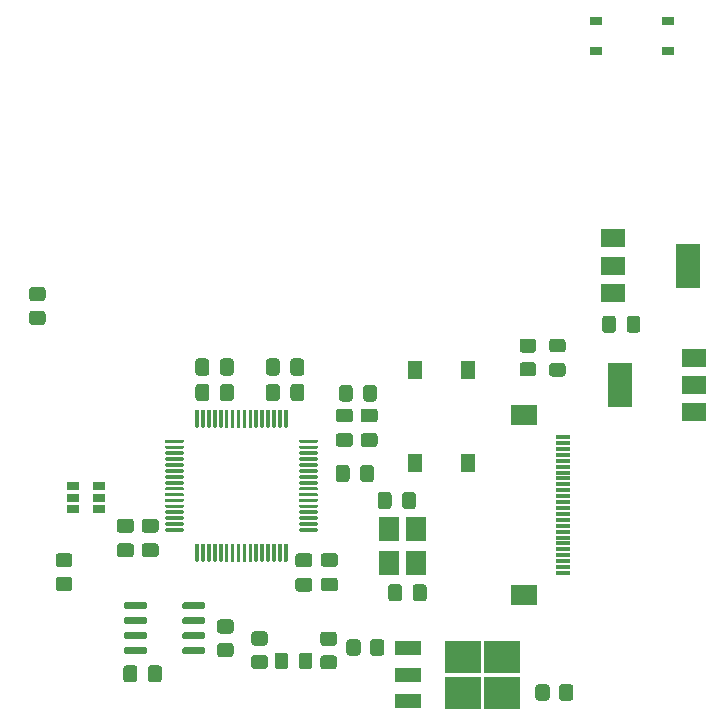
<source format=gbr>
%TF.GenerationSoftware,KiCad,Pcbnew,5.1.12-84ad8e8a86~92~ubuntu20.04.1*%
%TF.CreationDate,2021-12-25T03:04:52-06:00*%
%TF.ProjectId,Solder_Reflow_Oven_2.0,536f6c64-6572-45f5-9265-666c6f775f4f,rev?*%
%TF.SameCoordinates,Original*%
%TF.FileFunction,Paste,Top*%
%TF.FilePolarity,Positive*%
%FSLAX46Y46*%
G04 Gerber Fmt 4.6, Leading zero omitted, Abs format (unit mm)*
G04 Created by KiCad (PCBNEW 5.1.12-84ad8e8a86~92~ubuntu20.04.1) date 2021-12-25 03:04:52*
%MOMM*%
%LPD*%
G01*
G04 APERTURE LIST*
%ADD10R,2.200000X1.800000*%
%ADD11R,1.300000X0.300000*%
%ADD12R,1.300000X1.550000*%
%ADD13R,2.200000X1.200000*%
%ADD14R,3.050000X2.750000*%
%ADD15R,1.060000X0.650000*%
%ADD16R,1.000000X0.800000*%
%ADD17R,1.800000X2.100000*%
%ADD18R,2.000000X3.800000*%
%ADD19R,2.000000X1.500000*%
G04 APERTURE END LIST*
%TO.C,R4*%
G36*
G01*
X48902199Y-120154900D02*
X49802201Y-120154900D01*
G75*
G02*
X50052200Y-120404899I0J-249999D01*
G01*
X50052200Y-121104901D01*
G75*
G02*
X49802201Y-121354900I-249999J0D01*
G01*
X48902199Y-121354900D01*
G75*
G02*
X48652200Y-121104901I0J249999D01*
G01*
X48652200Y-120404899D01*
G75*
G02*
X48902199Y-120154900I249999J0D01*
G01*
G37*
G36*
G01*
X48902199Y-122154900D02*
X49802201Y-122154900D01*
G75*
G02*
X50052200Y-122404899I0J-249999D01*
G01*
X50052200Y-123104901D01*
G75*
G02*
X49802201Y-123354900I-249999J0D01*
G01*
X48902199Y-123354900D01*
G75*
G02*
X48652200Y-123104901I0J249999D01*
G01*
X48652200Y-122404899D01*
G75*
G02*
X48902199Y-122154900I249999J0D01*
G01*
G37*
%TD*%
%TO.C,C1*%
G36*
G01*
X77972500Y-123032500D02*
X77972500Y-123982500D01*
G75*
G02*
X77722500Y-124232500I-250000J0D01*
G01*
X77047500Y-124232500D01*
G75*
G02*
X76797500Y-123982500I0J250000D01*
G01*
X76797500Y-123032500D01*
G75*
G02*
X77047500Y-122782500I250000J0D01*
G01*
X77722500Y-122782500D01*
G75*
G02*
X77972500Y-123032500I0J-250000D01*
G01*
G37*
G36*
G01*
X80047500Y-123032500D02*
X80047500Y-123982500D01*
G75*
G02*
X79797500Y-124232500I-250000J0D01*
G01*
X79122500Y-124232500D01*
G75*
G02*
X78872500Y-123982500I0J250000D01*
G01*
X78872500Y-123032500D01*
G75*
G02*
X79122500Y-122782500I250000J0D01*
G01*
X79797500Y-122782500D01*
G75*
G02*
X80047500Y-123032500I0J-250000D01*
G01*
G37*
%TD*%
%TO.C,C2*%
G36*
G01*
X74427500Y-113886000D02*
X74427500Y-112936000D01*
G75*
G02*
X74677500Y-112686000I250000J0D01*
G01*
X75352500Y-112686000D01*
G75*
G02*
X75602500Y-112936000I0J-250000D01*
G01*
X75602500Y-113886000D01*
G75*
G02*
X75352500Y-114136000I-250000J0D01*
G01*
X74677500Y-114136000D01*
G75*
G02*
X74427500Y-113886000I0J250000D01*
G01*
G37*
G36*
G01*
X72352500Y-113886000D02*
X72352500Y-112936000D01*
G75*
G02*
X72602500Y-112686000I250000J0D01*
G01*
X73277500Y-112686000D01*
G75*
G02*
X73527500Y-112936000I0J-250000D01*
G01*
X73527500Y-113886000D01*
G75*
G02*
X73277500Y-114136000I-250000J0D01*
G01*
X72602500Y-114136000D01*
G75*
G02*
X72352500Y-113886000I0J250000D01*
G01*
G37*
%TD*%
%TO.C,C4*%
G36*
G01*
X68522000Y-107028000D02*
X68522000Y-106078000D01*
G75*
G02*
X68772000Y-105828000I250000J0D01*
G01*
X69447000Y-105828000D01*
G75*
G02*
X69697000Y-106078000I0J-250000D01*
G01*
X69697000Y-107028000D01*
G75*
G02*
X69447000Y-107278000I-250000J0D01*
G01*
X68772000Y-107278000D01*
G75*
G02*
X68522000Y-107028000I0J250000D01*
G01*
G37*
G36*
G01*
X66447000Y-107028000D02*
X66447000Y-106078000D01*
G75*
G02*
X66697000Y-105828000I250000J0D01*
G01*
X67372000Y-105828000D01*
G75*
G02*
X67622000Y-106078000I0J-250000D01*
G01*
X67622000Y-107028000D01*
G75*
G02*
X67372000Y-107278000I-250000J0D01*
G01*
X66697000Y-107278000D01*
G75*
G02*
X66447000Y-107028000I0J250000D01*
G01*
G37*
%TD*%
%TO.C,C5*%
G36*
G01*
X69184500Y-122243000D02*
X70134500Y-122243000D01*
G75*
G02*
X70384500Y-122493000I0J-250000D01*
G01*
X70384500Y-123168000D01*
G75*
G02*
X70134500Y-123418000I-250000J0D01*
G01*
X69184500Y-123418000D01*
G75*
G02*
X68934500Y-123168000I0J250000D01*
G01*
X68934500Y-122493000D01*
G75*
G02*
X69184500Y-122243000I250000J0D01*
G01*
G37*
G36*
G01*
X69184500Y-120168000D02*
X70134500Y-120168000D01*
G75*
G02*
X70384500Y-120418000I0J-250000D01*
G01*
X70384500Y-121093000D01*
G75*
G02*
X70134500Y-121343000I-250000J0D01*
G01*
X69184500Y-121343000D01*
G75*
G02*
X68934500Y-121093000I0J250000D01*
G01*
X68934500Y-120418000D01*
G75*
G02*
X69184500Y-120168000I250000J0D01*
G01*
G37*
%TD*%
%TO.C,C6*%
G36*
G01*
X62553000Y-107028000D02*
X62553000Y-106078000D01*
G75*
G02*
X62803000Y-105828000I250000J0D01*
G01*
X63478000Y-105828000D01*
G75*
G02*
X63728000Y-106078000I0J-250000D01*
G01*
X63728000Y-107028000D01*
G75*
G02*
X63478000Y-107278000I-250000J0D01*
G01*
X62803000Y-107278000D01*
G75*
G02*
X62553000Y-107028000I0J250000D01*
G01*
G37*
G36*
G01*
X60478000Y-107028000D02*
X60478000Y-106078000D01*
G75*
G02*
X60728000Y-105828000I250000J0D01*
G01*
X61403000Y-105828000D01*
G75*
G02*
X61653000Y-106078000I0J-250000D01*
G01*
X61653000Y-107028000D01*
G75*
G02*
X61403000Y-107278000I-250000J0D01*
G01*
X60728000Y-107278000D01*
G75*
G02*
X60478000Y-107028000I0J250000D01*
G01*
G37*
%TD*%
%TO.C,C7*%
G36*
G01*
X77083500Y-115222000D02*
X77083500Y-116172000D01*
G75*
G02*
X76833500Y-116422000I-250000J0D01*
G01*
X76158500Y-116422000D01*
G75*
G02*
X75908500Y-116172000I0J250000D01*
G01*
X75908500Y-115222000D01*
G75*
G02*
X76158500Y-114972000I250000J0D01*
G01*
X76833500Y-114972000D01*
G75*
G02*
X77083500Y-115222000I0J-250000D01*
G01*
G37*
G36*
G01*
X79158500Y-115222000D02*
X79158500Y-116172000D01*
G75*
G02*
X78908500Y-116422000I-250000J0D01*
G01*
X78233500Y-116422000D01*
G75*
G02*
X77983500Y-116172000I0J250000D01*
G01*
X77983500Y-115222000D01*
G75*
G02*
X78233500Y-114972000I250000J0D01*
G01*
X78908500Y-114972000D01*
G75*
G02*
X79158500Y-115222000I0J-250000D01*
G01*
G37*
%TD*%
%TO.C,C8*%
G36*
G01*
X62553000Y-104869000D02*
X62553000Y-103919000D01*
G75*
G02*
X62803000Y-103669000I250000J0D01*
G01*
X63478000Y-103669000D01*
G75*
G02*
X63728000Y-103919000I0J-250000D01*
G01*
X63728000Y-104869000D01*
G75*
G02*
X63478000Y-105119000I-250000J0D01*
G01*
X62803000Y-105119000D01*
G75*
G02*
X62553000Y-104869000I0J250000D01*
G01*
G37*
G36*
G01*
X60478000Y-104869000D02*
X60478000Y-103919000D01*
G75*
G02*
X60728000Y-103669000I250000J0D01*
G01*
X61403000Y-103669000D01*
G75*
G02*
X61653000Y-103919000I0J-250000D01*
G01*
X61653000Y-104869000D01*
G75*
G02*
X61403000Y-105119000I-250000J0D01*
G01*
X60728000Y-105119000D01*
G75*
G02*
X60478000Y-104869000I0J250000D01*
G01*
G37*
%TD*%
%TO.C,C9*%
G36*
G01*
X68522000Y-104869000D02*
X68522000Y-103919000D01*
G75*
G02*
X68772000Y-103669000I250000J0D01*
G01*
X69447000Y-103669000D01*
G75*
G02*
X69697000Y-103919000I0J-250000D01*
G01*
X69697000Y-104869000D01*
G75*
G02*
X69447000Y-105119000I-250000J0D01*
G01*
X68772000Y-105119000D01*
G75*
G02*
X68522000Y-104869000I0J250000D01*
G01*
G37*
G36*
G01*
X66447000Y-104869000D02*
X66447000Y-103919000D01*
G75*
G02*
X66697000Y-103669000I250000J0D01*
G01*
X67372000Y-103669000D01*
G75*
G02*
X67622000Y-103919000I0J-250000D01*
G01*
X67622000Y-104869000D01*
G75*
G02*
X67372000Y-105119000I-250000J0D01*
G01*
X66697000Y-105119000D01*
G75*
G02*
X66447000Y-104869000I0J250000D01*
G01*
G37*
%TD*%
%TO.C,C11*%
G36*
G01*
X71343500Y-122221500D02*
X72293500Y-122221500D01*
G75*
G02*
X72543500Y-122471500I0J-250000D01*
G01*
X72543500Y-123146500D01*
G75*
G02*
X72293500Y-123396500I-250000J0D01*
G01*
X71343500Y-123396500D01*
G75*
G02*
X71093500Y-123146500I0J250000D01*
G01*
X71093500Y-122471500D01*
G75*
G02*
X71343500Y-122221500I250000J0D01*
G01*
G37*
G36*
G01*
X71343500Y-120146500D02*
X72293500Y-120146500D01*
G75*
G02*
X72543500Y-120396500I0J-250000D01*
G01*
X72543500Y-121071500D01*
G75*
G02*
X72293500Y-121321500I-250000J0D01*
G01*
X71343500Y-121321500D01*
G75*
G02*
X71093500Y-121071500I0J250000D01*
G01*
X71093500Y-120396500D01*
G75*
G02*
X71343500Y-120146500I250000J0D01*
G01*
G37*
%TD*%
%TO.C,C12*%
G36*
G01*
X55021500Y-118422000D02*
X54071500Y-118422000D01*
G75*
G02*
X53821500Y-118172000I0J250000D01*
G01*
X53821500Y-117497000D01*
G75*
G02*
X54071500Y-117247000I250000J0D01*
G01*
X55021500Y-117247000D01*
G75*
G02*
X55271500Y-117497000I0J-250000D01*
G01*
X55271500Y-118172000D01*
G75*
G02*
X55021500Y-118422000I-250000J0D01*
G01*
G37*
G36*
G01*
X55021500Y-120497000D02*
X54071500Y-120497000D01*
G75*
G02*
X53821500Y-120247000I0J250000D01*
G01*
X53821500Y-119572000D01*
G75*
G02*
X54071500Y-119322000I250000J0D01*
G01*
X55021500Y-119322000D01*
G75*
G02*
X55271500Y-119572000I0J-250000D01*
G01*
X55271500Y-120247000D01*
G75*
G02*
X55021500Y-120497000I-250000J0D01*
G01*
G37*
%TD*%
%TO.C,C13*%
G36*
G01*
X96082700Y-100299500D02*
X96082700Y-101249500D01*
G75*
G02*
X95832700Y-101499500I-250000J0D01*
G01*
X95157700Y-101499500D01*
G75*
G02*
X94907700Y-101249500I0J250000D01*
G01*
X94907700Y-100299500D01*
G75*
G02*
X95157700Y-100049500I250000J0D01*
G01*
X95832700Y-100049500D01*
G75*
G02*
X96082700Y-100299500I0J-250000D01*
G01*
G37*
G36*
G01*
X98157700Y-100299500D02*
X98157700Y-101249500D01*
G75*
G02*
X97907700Y-101499500I-250000J0D01*
G01*
X97232700Y-101499500D01*
G75*
G02*
X96982700Y-101249500I0J250000D01*
G01*
X96982700Y-100299500D01*
G75*
G02*
X97232700Y-100049500I250000J0D01*
G01*
X97907700Y-100049500D01*
G75*
G02*
X98157700Y-100299500I0J-250000D01*
G01*
G37*
%TD*%
%TO.C,C14*%
G36*
G01*
X72613500Y-109987500D02*
X73563500Y-109987500D01*
G75*
G02*
X73813500Y-110237500I0J-250000D01*
G01*
X73813500Y-110912500D01*
G75*
G02*
X73563500Y-111162500I-250000J0D01*
G01*
X72613500Y-111162500D01*
G75*
G02*
X72363500Y-110912500I0J250000D01*
G01*
X72363500Y-110237500D01*
G75*
G02*
X72613500Y-109987500I250000J0D01*
G01*
G37*
G36*
G01*
X72613500Y-107912500D02*
X73563500Y-107912500D01*
G75*
G02*
X73813500Y-108162500I0J-250000D01*
G01*
X73813500Y-108837500D01*
G75*
G02*
X73563500Y-109087500I-250000J0D01*
G01*
X72613500Y-109087500D01*
G75*
G02*
X72363500Y-108837500I0J250000D01*
G01*
X72363500Y-108162500D01*
G75*
G02*
X72613500Y-107912500I250000J0D01*
G01*
G37*
%TD*%
%TO.C,C15*%
G36*
G01*
X74709000Y-109987500D02*
X75659000Y-109987500D01*
G75*
G02*
X75909000Y-110237500I0J-250000D01*
G01*
X75909000Y-110912500D01*
G75*
G02*
X75659000Y-111162500I-250000J0D01*
G01*
X74709000Y-111162500D01*
G75*
G02*
X74459000Y-110912500I0J250000D01*
G01*
X74459000Y-110237500D01*
G75*
G02*
X74709000Y-109987500I250000J0D01*
G01*
G37*
G36*
G01*
X74709000Y-107912500D02*
X75659000Y-107912500D01*
G75*
G02*
X75909000Y-108162500I0J-250000D01*
G01*
X75909000Y-108837500D01*
G75*
G02*
X75659000Y-109087500I-250000J0D01*
G01*
X74709000Y-109087500D01*
G75*
G02*
X74459000Y-108837500I0J250000D01*
G01*
X74459000Y-108162500D01*
G75*
G02*
X74709000Y-107912500I250000J0D01*
G01*
G37*
%TD*%
%TO.C,C16*%
G36*
G01*
X56457000Y-130840500D02*
X56457000Y-129890500D01*
G75*
G02*
X56707000Y-129640500I250000J0D01*
G01*
X57382000Y-129640500D01*
G75*
G02*
X57632000Y-129890500I0J-250000D01*
G01*
X57632000Y-130840500D01*
G75*
G02*
X57382000Y-131090500I-250000J0D01*
G01*
X56707000Y-131090500D01*
G75*
G02*
X56457000Y-130840500I0J250000D01*
G01*
G37*
G36*
G01*
X54382000Y-130840500D02*
X54382000Y-129890500D01*
G75*
G02*
X54632000Y-129640500I250000J0D01*
G01*
X55307000Y-129640500D01*
G75*
G02*
X55557000Y-129890500I0J-250000D01*
G01*
X55557000Y-130840500D01*
G75*
G02*
X55307000Y-131090500I-250000J0D01*
G01*
X54632000Y-131090500D01*
G75*
G02*
X54382000Y-130840500I0J250000D01*
G01*
G37*
%TD*%
%TO.C,C3*%
G36*
G01*
X57117000Y-118422000D02*
X56167000Y-118422000D01*
G75*
G02*
X55917000Y-118172000I0J250000D01*
G01*
X55917000Y-117497000D01*
G75*
G02*
X56167000Y-117247000I250000J0D01*
G01*
X57117000Y-117247000D01*
G75*
G02*
X57367000Y-117497000I0J-250000D01*
G01*
X57367000Y-118172000D01*
G75*
G02*
X57117000Y-118422000I-250000J0D01*
G01*
G37*
G36*
G01*
X57117000Y-120497000D02*
X56167000Y-120497000D01*
G75*
G02*
X55917000Y-120247000I0J250000D01*
G01*
X55917000Y-119572000D01*
G75*
G02*
X56167000Y-119322000I250000J0D01*
G01*
X57117000Y-119322000D01*
G75*
G02*
X57367000Y-119572000I0J-250000D01*
G01*
X57367000Y-120247000D01*
G75*
G02*
X57117000Y-120497000I-250000J0D01*
G01*
G37*
%TD*%
%TO.C,U4*%
G36*
G01*
X70826300Y-118114700D02*
X70826300Y-118264700D01*
G75*
G02*
X70751300Y-118339700I-75000J0D01*
G01*
X69351300Y-118339700D01*
G75*
G02*
X69276300Y-118264700I0J75000D01*
G01*
X69276300Y-118114700D01*
G75*
G02*
X69351300Y-118039700I75000J0D01*
G01*
X70751300Y-118039700D01*
G75*
G02*
X70826300Y-118114700I0J-75000D01*
G01*
G37*
G36*
G01*
X70826300Y-117614700D02*
X70826300Y-117764700D01*
G75*
G02*
X70751300Y-117839700I-75000J0D01*
G01*
X69351300Y-117839700D01*
G75*
G02*
X69276300Y-117764700I0J75000D01*
G01*
X69276300Y-117614700D01*
G75*
G02*
X69351300Y-117539700I75000J0D01*
G01*
X70751300Y-117539700D01*
G75*
G02*
X70826300Y-117614700I0J-75000D01*
G01*
G37*
G36*
G01*
X70826300Y-117114700D02*
X70826300Y-117264700D01*
G75*
G02*
X70751300Y-117339700I-75000J0D01*
G01*
X69351300Y-117339700D01*
G75*
G02*
X69276300Y-117264700I0J75000D01*
G01*
X69276300Y-117114700D01*
G75*
G02*
X69351300Y-117039700I75000J0D01*
G01*
X70751300Y-117039700D01*
G75*
G02*
X70826300Y-117114700I0J-75000D01*
G01*
G37*
G36*
G01*
X70826300Y-116614700D02*
X70826300Y-116764700D01*
G75*
G02*
X70751300Y-116839700I-75000J0D01*
G01*
X69351300Y-116839700D01*
G75*
G02*
X69276300Y-116764700I0J75000D01*
G01*
X69276300Y-116614700D01*
G75*
G02*
X69351300Y-116539700I75000J0D01*
G01*
X70751300Y-116539700D01*
G75*
G02*
X70826300Y-116614700I0J-75000D01*
G01*
G37*
G36*
G01*
X70826300Y-116114700D02*
X70826300Y-116264700D01*
G75*
G02*
X70751300Y-116339700I-75000J0D01*
G01*
X69351300Y-116339700D01*
G75*
G02*
X69276300Y-116264700I0J75000D01*
G01*
X69276300Y-116114700D01*
G75*
G02*
X69351300Y-116039700I75000J0D01*
G01*
X70751300Y-116039700D01*
G75*
G02*
X70826300Y-116114700I0J-75000D01*
G01*
G37*
G36*
G01*
X70826300Y-115614700D02*
X70826300Y-115764700D01*
G75*
G02*
X70751300Y-115839700I-75000J0D01*
G01*
X69351300Y-115839700D01*
G75*
G02*
X69276300Y-115764700I0J75000D01*
G01*
X69276300Y-115614700D01*
G75*
G02*
X69351300Y-115539700I75000J0D01*
G01*
X70751300Y-115539700D01*
G75*
G02*
X70826300Y-115614700I0J-75000D01*
G01*
G37*
G36*
G01*
X70826300Y-115114700D02*
X70826300Y-115264700D01*
G75*
G02*
X70751300Y-115339700I-75000J0D01*
G01*
X69351300Y-115339700D01*
G75*
G02*
X69276300Y-115264700I0J75000D01*
G01*
X69276300Y-115114700D01*
G75*
G02*
X69351300Y-115039700I75000J0D01*
G01*
X70751300Y-115039700D01*
G75*
G02*
X70826300Y-115114700I0J-75000D01*
G01*
G37*
G36*
G01*
X70826300Y-114614700D02*
X70826300Y-114764700D01*
G75*
G02*
X70751300Y-114839700I-75000J0D01*
G01*
X69351300Y-114839700D01*
G75*
G02*
X69276300Y-114764700I0J75000D01*
G01*
X69276300Y-114614700D01*
G75*
G02*
X69351300Y-114539700I75000J0D01*
G01*
X70751300Y-114539700D01*
G75*
G02*
X70826300Y-114614700I0J-75000D01*
G01*
G37*
G36*
G01*
X70826300Y-114114700D02*
X70826300Y-114264700D01*
G75*
G02*
X70751300Y-114339700I-75000J0D01*
G01*
X69351300Y-114339700D01*
G75*
G02*
X69276300Y-114264700I0J75000D01*
G01*
X69276300Y-114114700D01*
G75*
G02*
X69351300Y-114039700I75000J0D01*
G01*
X70751300Y-114039700D01*
G75*
G02*
X70826300Y-114114700I0J-75000D01*
G01*
G37*
G36*
G01*
X70826300Y-113614700D02*
X70826300Y-113764700D01*
G75*
G02*
X70751300Y-113839700I-75000J0D01*
G01*
X69351300Y-113839700D01*
G75*
G02*
X69276300Y-113764700I0J75000D01*
G01*
X69276300Y-113614700D01*
G75*
G02*
X69351300Y-113539700I75000J0D01*
G01*
X70751300Y-113539700D01*
G75*
G02*
X70826300Y-113614700I0J-75000D01*
G01*
G37*
G36*
G01*
X70826300Y-113114700D02*
X70826300Y-113264700D01*
G75*
G02*
X70751300Y-113339700I-75000J0D01*
G01*
X69351300Y-113339700D01*
G75*
G02*
X69276300Y-113264700I0J75000D01*
G01*
X69276300Y-113114700D01*
G75*
G02*
X69351300Y-113039700I75000J0D01*
G01*
X70751300Y-113039700D01*
G75*
G02*
X70826300Y-113114700I0J-75000D01*
G01*
G37*
G36*
G01*
X70826300Y-112614700D02*
X70826300Y-112764700D01*
G75*
G02*
X70751300Y-112839700I-75000J0D01*
G01*
X69351300Y-112839700D01*
G75*
G02*
X69276300Y-112764700I0J75000D01*
G01*
X69276300Y-112614700D01*
G75*
G02*
X69351300Y-112539700I75000J0D01*
G01*
X70751300Y-112539700D01*
G75*
G02*
X70826300Y-112614700I0J-75000D01*
G01*
G37*
G36*
G01*
X70826300Y-112114700D02*
X70826300Y-112264700D01*
G75*
G02*
X70751300Y-112339700I-75000J0D01*
G01*
X69351300Y-112339700D01*
G75*
G02*
X69276300Y-112264700I0J75000D01*
G01*
X69276300Y-112114700D01*
G75*
G02*
X69351300Y-112039700I75000J0D01*
G01*
X70751300Y-112039700D01*
G75*
G02*
X70826300Y-112114700I0J-75000D01*
G01*
G37*
G36*
G01*
X70826300Y-111614700D02*
X70826300Y-111764700D01*
G75*
G02*
X70751300Y-111839700I-75000J0D01*
G01*
X69351300Y-111839700D01*
G75*
G02*
X69276300Y-111764700I0J75000D01*
G01*
X69276300Y-111614700D01*
G75*
G02*
X69351300Y-111539700I75000J0D01*
G01*
X70751300Y-111539700D01*
G75*
G02*
X70826300Y-111614700I0J-75000D01*
G01*
G37*
G36*
G01*
X70826300Y-111114700D02*
X70826300Y-111264700D01*
G75*
G02*
X70751300Y-111339700I-75000J0D01*
G01*
X69351300Y-111339700D01*
G75*
G02*
X69276300Y-111264700I0J75000D01*
G01*
X69276300Y-111114700D01*
G75*
G02*
X69351300Y-111039700I75000J0D01*
G01*
X70751300Y-111039700D01*
G75*
G02*
X70826300Y-111114700I0J-75000D01*
G01*
G37*
G36*
G01*
X70826300Y-110614700D02*
X70826300Y-110764700D01*
G75*
G02*
X70751300Y-110839700I-75000J0D01*
G01*
X69351300Y-110839700D01*
G75*
G02*
X69276300Y-110764700I0J75000D01*
G01*
X69276300Y-110614700D01*
G75*
G02*
X69351300Y-110539700I75000J0D01*
G01*
X70751300Y-110539700D01*
G75*
G02*
X70826300Y-110614700I0J-75000D01*
G01*
G37*
G36*
G01*
X68276300Y-108064700D02*
X68276300Y-109464700D01*
G75*
G02*
X68201300Y-109539700I-75000J0D01*
G01*
X68051300Y-109539700D01*
G75*
G02*
X67976300Y-109464700I0J75000D01*
G01*
X67976300Y-108064700D01*
G75*
G02*
X68051300Y-107989700I75000J0D01*
G01*
X68201300Y-107989700D01*
G75*
G02*
X68276300Y-108064700I0J-75000D01*
G01*
G37*
G36*
G01*
X67776300Y-108064700D02*
X67776300Y-109464700D01*
G75*
G02*
X67701300Y-109539700I-75000J0D01*
G01*
X67551300Y-109539700D01*
G75*
G02*
X67476300Y-109464700I0J75000D01*
G01*
X67476300Y-108064700D01*
G75*
G02*
X67551300Y-107989700I75000J0D01*
G01*
X67701300Y-107989700D01*
G75*
G02*
X67776300Y-108064700I0J-75000D01*
G01*
G37*
G36*
G01*
X67276300Y-108064700D02*
X67276300Y-109464700D01*
G75*
G02*
X67201300Y-109539700I-75000J0D01*
G01*
X67051300Y-109539700D01*
G75*
G02*
X66976300Y-109464700I0J75000D01*
G01*
X66976300Y-108064700D01*
G75*
G02*
X67051300Y-107989700I75000J0D01*
G01*
X67201300Y-107989700D01*
G75*
G02*
X67276300Y-108064700I0J-75000D01*
G01*
G37*
G36*
G01*
X66776300Y-108064700D02*
X66776300Y-109464700D01*
G75*
G02*
X66701300Y-109539700I-75000J0D01*
G01*
X66551300Y-109539700D01*
G75*
G02*
X66476300Y-109464700I0J75000D01*
G01*
X66476300Y-108064700D01*
G75*
G02*
X66551300Y-107989700I75000J0D01*
G01*
X66701300Y-107989700D01*
G75*
G02*
X66776300Y-108064700I0J-75000D01*
G01*
G37*
G36*
G01*
X66276300Y-108064700D02*
X66276300Y-109464700D01*
G75*
G02*
X66201300Y-109539700I-75000J0D01*
G01*
X66051300Y-109539700D01*
G75*
G02*
X65976300Y-109464700I0J75000D01*
G01*
X65976300Y-108064700D01*
G75*
G02*
X66051300Y-107989700I75000J0D01*
G01*
X66201300Y-107989700D01*
G75*
G02*
X66276300Y-108064700I0J-75000D01*
G01*
G37*
G36*
G01*
X65776300Y-108064700D02*
X65776300Y-109464700D01*
G75*
G02*
X65701300Y-109539700I-75000J0D01*
G01*
X65551300Y-109539700D01*
G75*
G02*
X65476300Y-109464700I0J75000D01*
G01*
X65476300Y-108064700D01*
G75*
G02*
X65551300Y-107989700I75000J0D01*
G01*
X65701300Y-107989700D01*
G75*
G02*
X65776300Y-108064700I0J-75000D01*
G01*
G37*
G36*
G01*
X65276300Y-108064700D02*
X65276300Y-109464700D01*
G75*
G02*
X65201300Y-109539700I-75000J0D01*
G01*
X65051300Y-109539700D01*
G75*
G02*
X64976300Y-109464700I0J75000D01*
G01*
X64976300Y-108064700D01*
G75*
G02*
X65051300Y-107989700I75000J0D01*
G01*
X65201300Y-107989700D01*
G75*
G02*
X65276300Y-108064700I0J-75000D01*
G01*
G37*
G36*
G01*
X64776300Y-108064700D02*
X64776300Y-109464700D01*
G75*
G02*
X64701300Y-109539700I-75000J0D01*
G01*
X64551300Y-109539700D01*
G75*
G02*
X64476300Y-109464700I0J75000D01*
G01*
X64476300Y-108064700D01*
G75*
G02*
X64551300Y-107989700I75000J0D01*
G01*
X64701300Y-107989700D01*
G75*
G02*
X64776300Y-108064700I0J-75000D01*
G01*
G37*
G36*
G01*
X64276300Y-108064700D02*
X64276300Y-109464700D01*
G75*
G02*
X64201300Y-109539700I-75000J0D01*
G01*
X64051300Y-109539700D01*
G75*
G02*
X63976300Y-109464700I0J75000D01*
G01*
X63976300Y-108064700D01*
G75*
G02*
X64051300Y-107989700I75000J0D01*
G01*
X64201300Y-107989700D01*
G75*
G02*
X64276300Y-108064700I0J-75000D01*
G01*
G37*
G36*
G01*
X63776300Y-108064700D02*
X63776300Y-109464700D01*
G75*
G02*
X63701300Y-109539700I-75000J0D01*
G01*
X63551300Y-109539700D01*
G75*
G02*
X63476300Y-109464700I0J75000D01*
G01*
X63476300Y-108064700D01*
G75*
G02*
X63551300Y-107989700I75000J0D01*
G01*
X63701300Y-107989700D01*
G75*
G02*
X63776300Y-108064700I0J-75000D01*
G01*
G37*
G36*
G01*
X63276300Y-108064700D02*
X63276300Y-109464700D01*
G75*
G02*
X63201300Y-109539700I-75000J0D01*
G01*
X63051300Y-109539700D01*
G75*
G02*
X62976300Y-109464700I0J75000D01*
G01*
X62976300Y-108064700D01*
G75*
G02*
X63051300Y-107989700I75000J0D01*
G01*
X63201300Y-107989700D01*
G75*
G02*
X63276300Y-108064700I0J-75000D01*
G01*
G37*
G36*
G01*
X62776300Y-108064700D02*
X62776300Y-109464700D01*
G75*
G02*
X62701300Y-109539700I-75000J0D01*
G01*
X62551300Y-109539700D01*
G75*
G02*
X62476300Y-109464700I0J75000D01*
G01*
X62476300Y-108064700D01*
G75*
G02*
X62551300Y-107989700I75000J0D01*
G01*
X62701300Y-107989700D01*
G75*
G02*
X62776300Y-108064700I0J-75000D01*
G01*
G37*
G36*
G01*
X62276300Y-108064700D02*
X62276300Y-109464700D01*
G75*
G02*
X62201300Y-109539700I-75000J0D01*
G01*
X62051300Y-109539700D01*
G75*
G02*
X61976300Y-109464700I0J75000D01*
G01*
X61976300Y-108064700D01*
G75*
G02*
X62051300Y-107989700I75000J0D01*
G01*
X62201300Y-107989700D01*
G75*
G02*
X62276300Y-108064700I0J-75000D01*
G01*
G37*
G36*
G01*
X61776300Y-108064700D02*
X61776300Y-109464700D01*
G75*
G02*
X61701300Y-109539700I-75000J0D01*
G01*
X61551300Y-109539700D01*
G75*
G02*
X61476300Y-109464700I0J75000D01*
G01*
X61476300Y-108064700D01*
G75*
G02*
X61551300Y-107989700I75000J0D01*
G01*
X61701300Y-107989700D01*
G75*
G02*
X61776300Y-108064700I0J-75000D01*
G01*
G37*
G36*
G01*
X61276300Y-108064700D02*
X61276300Y-109464700D01*
G75*
G02*
X61201300Y-109539700I-75000J0D01*
G01*
X61051300Y-109539700D01*
G75*
G02*
X60976300Y-109464700I0J75000D01*
G01*
X60976300Y-108064700D01*
G75*
G02*
X61051300Y-107989700I75000J0D01*
G01*
X61201300Y-107989700D01*
G75*
G02*
X61276300Y-108064700I0J-75000D01*
G01*
G37*
G36*
G01*
X60776300Y-108064700D02*
X60776300Y-109464700D01*
G75*
G02*
X60701300Y-109539700I-75000J0D01*
G01*
X60551300Y-109539700D01*
G75*
G02*
X60476300Y-109464700I0J75000D01*
G01*
X60476300Y-108064700D01*
G75*
G02*
X60551300Y-107989700I75000J0D01*
G01*
X60701300Y-107989700D01*
G75*
G02*
X60776300Y-108064700I0J-75000D01*
G01*
G37*
G36*
G01*
X59476300Y-110614700D02*
X59476300Y-110764700D01*
G75*
G02*
X59401300Y-110839700I-75000J0D01*
G01*
X58001300Y-110839700D01*
G75*
G02*
X57926300Y-110764700I0J75000D01*
G01*
X57926300Y-110614700D01*
G75*
G02*
X58001300Y-110539700I75000J0D01*
G01*
X59401300Y-110539700D01*
G75*
G02*
X59476300Y-110614700I0J-75000D01*
G01*
G37*
G36*
G01*
X59476300Y-111114700D02*
X59476300Y-111264700D01*
G75*
G02*
X59401300Y-111339700I-75000J0D01*
G01*
X58001300Y-111339700D01*
G75*
G02*
X57926300Y-111264700I0J75000D01*
G01*
X57926300Y-111114700D01*
G75*
G02*
X58001300Y-111039700I75000J0D01*
G01*
X59401300Y-111039700D01*
G75*
G02*
X59476300Y-111114700I0J-75000D01*
G01*
G37*
G36*
G01*
X59476300Y-111614700D02*
X59476300Y-111764700D01*
G75*
G02*
X59401300Y-111839700I-75000J0D01*
G01*
X58001300Y-111839700D01*
G75*
G02*
X57926300Y-111764700I0J75000D01*
G01*
X57926300Y-111614700D01*
G75*
G02*
X58001300Y-111539700I75000J0D01*
G01*
X59401300Y-111539700D01*
G75*
G02*
X59476300Y-111614700I0J-75000D01*
G01*
G37*
G36*
G01*
X59476300Y-112114700D02*
X59476300Y-112264700D01*
G75*
G02*
X59401300Y-112339700I-75000J0D01*
G01*
X58001300Y-112339700D01*
G75*
G02*
X57926300Y-112264700I0J75000D01*
G01*
X57926300Y-112114700D01*
G75*
G02*
X58001300Y-112039700I75000J0D01*
G01*
X59401300Y-112039700D01*
G75*
G02*
X59476300Y-112114700I0J-75000D01*
G01*
G37*
G36*
G01*
X59476300Y-112614700D02*
X59476300Y-112764700D01*
G75*
G02*
X59401300Y-112839700I-75000J0D01*
G01*
X58001300Y-112839700D01*
G75*
G02*
X57926300Y-112764700I0J75000D01*
G01*
X57926300Y-112614700D01*
G75*
G02*
X58001300Y-112539700I75000J0D01*
G01*
X59401300Y-112539700D01*
G75*
G02*
X59476300Y-112614700I0J-75000D01*
G01*
G37*
G36*
G01*
X59476300Y-113114700D02*
X59476300Y-113264700D01*
G75*
G02*
X59401300Y-113339700I-75000J0D01*
G01*
X58001300Y-113339700D01*
G75*
G02*
X57926300Y-113264700I0J75000D01*
G01*
X57926300Y-113114700D01*
G75*
G02*
X58001300Y-113039700I75000J0D01*
G01*
X59401300Y-113039700D01*
G75*
G02*
X59476300Y-113114700I0J-75000D01*
G01*
G37*
G36*
G01*
X59476300Y-113614700D02*
X59476300Y-113764700D01*
G75*
G02*
X59401300Y-113839700I-75000J0D01*
G01*
X58001300Y-113839700D01*
G75*
G02*
X57926300Y-113764700I0J75000D01*
G01*
X57926300Y-113614700D01*
G75*
G02*
X58001300Y-113539700I75000J0D01*
G01*
X59401300Y-113539700D01*
G75*
G02*
X59476300Y-113614700I0J-75000D01*
G01*
G37*
G36*
G01*
X59476300Y-114114700D02*
X59476300Y-114264700D01*
G75*
G02*
X59401300Y-114339700I-75000J0D01*
G01*
X58001300Y-114339700D01*
G75*
G02*
X57926300Y-114264700I0J75000D01*
G01*
X57926300Y-114114700D01*
G75*
G02*
X58001300Y-114039700I75000J0D01*
G01*
X59401300Y-114039700D01*
G75*
G02*
X59476300Y-114114700I0J-75000D01*
G01*
G37*
G36*
G01*
X59476300Y-114614700D02*
X59476300Y-114764700D01*
G75*
G02*
X59401300Y-114839700I-75000J0D01*
G01*
X58001300Y-114839700D01*
G75*
G02*
X57926300Y-114764700I0J75000D01*
G01*
X57926300Y-114614700D01*
G75*
G02*
X58001300Y-114539700I75000J0D01*
G01*
X59401300Y-114539700D01*
G75*
G02*
X59476300Y-114614700I0J-75000D01*
G01*
G37*
G36*
G01*
X59476300Y-115114700D02*
X59476300Y-115264700D01*
G75*
G02*
X59401300Y-115339700I-75000J0D01*
G01*
X58001300Y-115339700D01*
G75*
G02*
X57926300Y-115264700I0J75000D01*
G01*
X57926300Y-115114700D01*
G75*
G02*
X58001300Y-115039700I75000J0D01*
G01*
X59401300Y-115039700D01*
G75*
G02*
X59476300Y-115114700I0J-75000D01*
G01*
G37*
G36*
G01*
X59476300Y-115614700D02*
X59476300Y-115764700D01*
G75*
G02*
X59401300Y-115839700I-75000J0D01*
G01*
X58001300Y-115839700D01*
G75*
G02*
X57926300Y-115764700I0J75000D01*
G01*
X57926300Y-115614700D01*
G75*
G02*
X58001300Y-115539700I75000J0D01*
G01*
X59401300Y-115539700D01*
G75*
G02*
X59476300Y-115614700I0J-75000D01*
G01*
G37*
G36*
G01*
X59476300Y-116114700D02*
X59476300Y-116264700D01*
G75*
G02*
X59401300Y-116339700I-75000J0D01*
G01*
X58001300Y-116339700D01*
G75*
G02*
X57926300Y-116264700I0J75000D01*
G01*
X57926300Y-116114700D01*
G75*
G02*
X58001300Y-116039700I75000J0D01*
G01*
X59401300Y-116039700D01*
G75*
G02*
X59476300Y-116114700I0J-75000D01*
G01*
G37*
G36*
G01*
X59476300Y-116614700D02*
X59476300Y-116764700D01*
G75*
G02*
X59401300Y-116839700I-75000J0D01*
G01*
X58001300Y-116839700D01*
G75*
G02*
X57926300Y-116764700I0J75000D01*
G01*
X57926300Y-116614700D01*
G75*
G02*
X58001300Y-116539700I75000J0D01*
G01*
X59401300Y-116539700D01*
G75*
G02*
X59476300Y-116614700I0J-75000D01*
G01*
G37*
G36*
G01*
X59476300Y-117114700D02*
X59476300Y-117264700D01*
G75*
G02*
X59401300Y-117339700I-75000J0D01*
G01*
X58001300Y-117339700D01*
G75*
G02*
X57926300Y-117264700I0J75000D01*
G01*
X57926300Y-117114700D01*
G75*
G02*
X58001300Y-117039700I75000J0D01*
G01*
X59401300Y-117039700D01*
G75*
G02*
X59476300Y-117114700I0J-75000D01*
G01*
G37*
G36*
G01*
X59476300Y-117614700D02*
X59476300Y-117764700D01*
G75*
G02*
X59401300Y-117839700I-75000J0D01*
G01*
X58001300Y-117839700D01*
G75*
G02*
X57926300Y-117764700I0J75000D01*
G01*
X57926300Y-117614700D01*
G75*
G02*
X58001300Y-117539700I75000J0D01*
G01*
X59401300Y-117539700D01*
G75*
G02*
X59476300Y-117614700I0J-75000D01*
G01*
G37*
G36*
G01*
X59476300Y-118114700D02*
X59476300Y-118264700D01*
G75*
G02*
X59401300Y-118339700I-75000J0D01*
G01*
X58001300Y-118339700D01*
G75*
G02*
X57926300Y-118264700I0J75000D01*
G01*
X57926300Y-118114700D01*
G75*
G02*
X58001300Y-118039700I75000J0D01*
G01*
X59401300Y-118039700D01*
G75*
G02*
X59476300Y-118114700I0J-75000D01*
G01*
G37*
G36*
G01*
X60776300Y-119414700D02*
X60776300Y-120814700D01*
G75*
G02*
X60701300Y-120889700I-75000J0D01*
G01*
X60551300Y-120889700D01*
G75*
G02*
X60476300Y-120814700I0J75000D01*
G01*
X60476300Y-119414700D01*
G75*
G02*
X60551300Y-119339700I75000J0D01*
G01*
X60701300Y-119339700D01*
G75*
G02*
X60776300Y-119414700I0J-75000D01*
G01*
G37*
G36*
G01*
X61276300Y-119414700D02*
X61276300Y-120814700D01*
G75*
G02*
X61201300Y-120889700I-75000J0D01*
G01*
X61051300Y-120889700D01*
G75*
G02*
X60976300Y-120814700I0J75000D01*
G01*
X60976300Y-119414700D01*
G75*
G02*
X61051300Y-119339700I75000J0D01*
G01*
X61201300Y-119339700D01*
G75*
G02*
X61276300Y-119414700I0J-75000D01*
G01*
G37*
G36*
G01*
X61776300Y-119414700D02*
X61776300Y-120814700D01*
G75*
G02*
X61701300Y-120889700I-75000J0D01*
G01*
X61551300Y-120889700D01*
G75*
G02*
X61476300Y-120814700I0J75000D01*
G01*
X61476300Y-119414700D01*
G75*
G02*
X61551300Y-119339700I75000J0D01*
G01*
X61701300Y-119339700D01*
G75*
G02*
X61776300Y-119414700I0J-75000D01*
G01*
G37*
G36*
G01*
X62276300Y-119414700D02*
X62276300Y-120814700D01*
G75*
G02*
X62201300Y-120889700I-75000J0D01*
G01*
X62051300Y-120889700D01*
G75*
G02*
X61976300Y-120814700I0J75000D01*
G01*
X61976300Y-119414700D01*
G75*
G02*
X62051300Y-119339700I75000J0D01*
G01*
X62201300Y-119339700D01*
G75*
G02*
X62276300Y-119414700I0J-75000D01*
G01*
G37*
G36*
G01*
X62776300Y-119414700D02*
X62776300Y-120814700D01*
G75*
G02*
X62701300Y-120889700I-75000J0D01*
G01*
X62551300Y-120889700D01*
G75*
G02*
X62476300Y-120814700I0J75000D01*
G01*
X62476300Y-119414700D01*
G75*
G02*
X62551300Y-119339700I75000J0D01*
G01*
X62701300Y-119339700D01*
G75*
G02*
X62776300Y-119414700I0J-75000D01*
G01*
G37*
G36*
G01*
X63276300Y-119414700D02*
X63276300Y-120814700D01*
G75*
G02*
X63201300Y-120889700I-75000J0D01*
G01*
X63051300Y-120889700D01*
G75*
G02*
X62976300Y-120814700I0J75000D01*
G01*
X62976300Y-119414700D01*
G75*
G02*
X63051300Y-119339700I75000J0D01*
G01*
X63201300Y-119339700D01*
G75*
G02*
X63276300Y-119414700I0J-75000D01*
G01*
G37*
G36*
G01*
X63776300Y-119414700D02*
X63776300Y-120814700D01*
G75*
G02*
X63701300Y-120889700I-75000J0D01*
G01*
X63551300Y-120889700D01*
G75*
G02*
X63476300Y-120814700I0J75000D01*
G01*
X63476300Y-119414700D01*
G75*
G02*
X63551300Y-119339700I75000J0D01*
G01*
X63701300Y-119339700D01*
G75*
G02*
X63776300Y-119414700I0J-75000D01*
G01*
G37*
G36*
G01*
X64276300Y-119414700D02*
X64276300Y-120814700D01*
G75*
G02*
X64201300Y-120889700I-75000J0D01*
G01*
X64051300Y-120889700D01*
G75*
G02*
X63976300Y-120814700I0J75000D01*
G01*
X63976300Y-119414700D01*
G75*
G02*
X64051300Y-119339700I75000J0D01*
G01*
X64201300Y-119339700D01*
G75*
G02*
X64276300Y-119414700I0J-75000D01*
G01*
G37*
G36*
G01*
X64776300Y-119414700D02*
X64776300Y-120814700D01*
G75*
G02*
X64701300Y-120889700I-75000J0D01*
G01*
X64551300Y-120889700D01*
G75*
G02*
X64476300Y-120814700I0J75000D01*
G01*
X64476300Y-119414700D01*
G75*
G02*
X64551300Y-119339700I75000J0D01*
G01*
X64701300Y-119339700D01*
G75*
G02*
X64776300Y-119414700I0J-75000D01*
G01*
G37*
G36*
G01*
X65276300Y-119414700D02*
X65276300Y-120814700D01*
G75*
G02*
X65201300Y-120889700I-75000J0D01*
G01*
X65051300Y-120889700D01*
G75*
G02*
X64976300Y-120814700I0J75000D01*
G01*
X64976300Y-119414700D01*
G75*
G02*
X65051300Y-119339700I75000J0D01*
G01*
X65201300Y-119339700D01*
G75*
G02*
X65276300Y-119414700I0J-75000D01*
G01*
G37*
G36*
G01*
X65776300Y-119414700D02*
X65776300Y-120814700D01*
G75*
G02*
X65701300Y-120889700I-75000J0D01*
G01*
X65551300Y-120889700D01*
G75*
G02*
X65476300Y-120814700I0J75000D01*
G01*
X65476300Y-119414700D01*
G75*
G02*
X65551300Y-119339700I75000J0D01*
G01*
X65701300Y-119339700D01*
G75*
G02*
X65776300Y-119414700I0J-75000D01*
G01*
G37*
G36*
G01*
X66276300Y-119414700D02*
X66276300Y-120814700D01*
G75*
G02*
X66201300Y-120889700I-75000J0D01*
G01*
X66051300Y-120889700D01*
G75*
G02*
X65976300Y-120814700I0J75000D01*
G01*
X65976300Y-119414700D01*
G75*
G02*
X66051300Y-119339700I75000J0D01*
G01*
X66201300Y-119339700D01*
G75*
G02*
X66276300Y-119414700I0J-75000D01*
G01*
G37*
G36*
G01*
X66776300Y-119414700D02*
X66776300Y-120814700D01*
G75*
G02*
X66701300Y-120889700I-75000J0D01*
G01*
X66551300Y-120889700D01*
G75*
G02*
X66476300Y-120814700I0J75000D01*
G01*
X66476300Y-119414700D01*
G75*
G02*
X66551300Y-119339700I75000J0D01*
G01*
X66701300Y-119339700D01*
G75*
G02*
X66776300Y-119414700I0J-75000D01*
G01*
G37*
G36*
G01*
X67276300Y-119414700D02*
X67276300Y-120814700D01*
G75*
G02*
X67201300Y-120889700I-75000J0D01*
G01*
X67051300Y-120889700D01*
G75*
G02*
X66976300Y-120814700I0J75000D01*
G01*
X66976300Y-119414700D01*
G75*
G02*
X67051300Y-119339700I75000J0D01*
G01*
X67201300Y-119339700D01*
G75*
G02*
X67276300Y-119414700I0J-75000D01*
G01*
G37*
G36*
G01*
X67776300Y-119414700D02*
X67776300Y-120814700D01*
G75*
G02*
X67701300Y-120889700I-75000J0D01*
G01*
X67551300Y-120889700D01*
G75*
G02*
X67476300Y-120814700I0J75000D01*
G01*
X67476300Y-119414700D01*
G75*
G02*
X67551300Y-119339700I75000J0D01*
G01*
X67701300Y-119339700D01*
G75*
G02*
X67776300Y-119414700I0J-75000D01*
G01*
G37*
G36*
G01*
X68276300Y-119414700D02*
X68276300Y-120814700D01*
G75*
G02*
X68201300Y-120889700I-75000J0D01*
G01*
X68051300Y-120889700D01*
G75*
G02*
X67976300Y-120814700I0J75000D01*
G01*
X67976300Y-119414700D01*
G75*
G02*
X68051300Y-119339700I75000J0D01*
G01*
X68201300Y-119339700D01*
G75*
G02*
X68276300Y-119414700I0J-75000D01*
G01*
G37*
%TD*%
%TO.C,U2*%
G36*
G01*
X54423900Y-124749700D02*
X54423900Y-124449700D01*
G75*
G02*
X54573900Y-124299700I150000J0D01*
G01*
X56223900Y-124299700D01*
G75*
G02*
X56373900Y-124449700I0J-150000D01*
G01*
X56373900Y-124749700D01*
G75*
G02*
X56223900Y-124899700I-150000J0D01*
G01*
X54573900Y-124899700D01*
G75*
G02*
X54423900Y-124749700I0J150000D01*
G01*
G37*
G36*
G01*
X54423900Y-126019700D02*
X54423900Y-125719700D01*
G75*
G02*
X54573900Y-125569700I150000J0D01*
G01*
X56223900Y-125569700D01*
G75*
G02*
X56373900Y-125719700I0J-150000D01*
G01*
X56373900Y-126019700D01*
G75*
G02*
X56223900Y-126169700I-150000J0D01*
G01*
X54573900Y-126169700D01*
G75*
G02*
X54423900Y-126019700I0J150000D01*
G01*
G37*
G36*
G01*
X54423900Y-127289700D02*
X54423900Y-126989700D01*
G75*
G02*
X54573900Y-126839700I150000J0D01*
G01*
X56223900Y-126839700D01*
G75*
G02*
X56373900Y-126989700I0J-150000D01*
G01*
X56373900Y-127289700D01*
G75*
G02*
X56223900Y-127439700I-150000J0D01*
G01*
X54573900Y-127439700D01*
G75*
G02*
X54423900Y-127289700I0J150000D01*
G01*
G37*
G36*
G01*
X54423900Y-128559700D02*
X54423900Y-128259700D01*
G75*
G02*
X54573900Y-128109700I150000J0D01*
G01*
X56223900Y-128109700D01*
G75*
G02*
X56373900Y-128259700I0J-150000D01*
G01*
X56373900Y-128559700D01*
G75*
G02*
X56223900Y-128709700I-150000J0D01*
G01*
X54573900Y-128709700D01*
G75*
G02*
X54423900Y-128559700I0J150000D01*
G01*
G37*
G36*
G01*
X59373900Y-128559700D02*
X59373900Y-128259700D01*
G75*
G02*
X59523900Y-128109700I150000J0D01*
G01*
X61173900Y-128109700D01*
G75*
G02*
X61323900Y-128259700I0J-150000D01*
G01*
X61323900Y-128559700D01*
G75*
G02*
X61173900Y-128709700I-150000J0D01*
G01*
X59523900Y-128709700D01*
G75*
G02*
X59373900Y-128559700I0J150000D01*
G01*
G37*
G36*
G01*
X59373900Y-127289700D02*
X59373900Y-126989700D01*
G75*
G02*
X59523900Y-126839700I150000J0D01*
G01*
X61173900Y-126839700D01*
G75*
G02*
X61323900Y-126989700I0J-150000D01*
G01*
X61323900Y-127289700D01*
G75*
G02*
X61173900Y-127439700I-150000J0D01*
G01*
X59523900Y-127439700D01*
G75*
G02*
X59373900Y-127289700I0J150000D01*
G01*
G37*
G36*
G01*
X59373900Y-126019700D02*
X59373900Y-125719700D01*
G75*
G02*
X59523900Y-125569700I150000J0D01*
G01*
X61173900Y-125569700D01*
G75*
G02*
X61323900Y-125719700I0J-150000D01*
G01*
X61323900Y-126019700D01*
G75*
G02*
X61173900Y-126169700I-150000J0D01*
G01*
X59523900Y-126169700D01*
G75*
G02*
X59373900Y-126019700I0J150000D01*
G01*
G37*
G36*
G01*
X59373900Y-124749700D02*
X59373900Y-124449700D01*
G75*
G02*
X59523900Y-124299700I150000J0D01*
G01*
X61173900Y-124299700D01*
G75*
G02*
X61323900Y-124449700I0J-150000D01*
G01*
X61323900Y-124749700D01*
G75*
G02*
X61173900Y-124899700I-150000J0D01*
G01*
X59523900Y-124899700D01*
G75*
G02*
X59373900Y-124749700I0J150000D01*
G01*
G37*
%TD*%
D10*
%TO.C,J7*%
X88325500Y-123728000D03*
X88325500Y-108428000D03*
D11*
X91575500Y-110328000D03*
X91575500Y-110828000D03*
X91575500Y-111328000D03*
X91575500Y-111828000D03*
X91575500Y-112328000D03*
X91575500Y-112828000D03*
X91575500Y-113328000D03*
X91575500Y-113828000D03*
X91575500Y-114328000D03*
X91575500Y-114828000D03*
X91575500Y-115328000D03*
X91575500Y-115828000D03*
X91575500Y-116328000D03*
X91575500Y-116828000D03*
X91575500Y-117328000D03*
X91575500Y-117828000D03*
X91575500Y-118328000D03*
X91575500Y-118828000D03*
X91575500Y-119328000D03*
X91575500Y-119828000D03*
X91575500Y-120328000D03*
X91575500Y-120828000D03*
X91575500Y-121328000D03*
X91575500Y-121828000D03*
%TD*%
D12*
%TO.C,SW1*%
X83530000Y-112560000D03*
X79030000Y-112560000D03*
X79030000Y-104610000D03*
X83530000Y-104610000D03*
%TD*%
D13*
%TO.C,Q1*%
X78477000Y-128149000D03*
X78477000Y-130429000D03*
X78477000Y-132709000D03*
D14*
X86452000Y-131954000D03*
X83102000Y-128904000D03*
X86452000Y-128904000D03*
X83102000Y-131954000D03*
%TD*%
D15*
%TO.C,U3*%
X50144500Y-114493000D03*
X50144500Y-115443000D03*
X50144500Y-116393000D03*
X52344500Y-116393000D03*
X52344500Y-114493000D03*
X52344500Y-115443000D03*
%TD*%
D16*
%TO.C,U5*%
X100522100Y-77673200D03*
X100522100Y-75133200D03*
X94372100Y-75133200D03*
X94372100Y-77673200D03*
%TD*%
D17*
%TO.C,Y1*%
X79128000Y-121020500D03*
X79128000Y-118120500D03*
X76828000Y-118120500D03*
X76828000Y-121020500D03*
%TD*%
D18*
%TO.C,U1*%
X102159200Y-95808800D03*
D19*
X95859200Y-95808800D03*
X95859200Y-98108800D03*
X95859200Y-93508800D03*
%TD*%
%TO.C,D1*%
G36*
G01*
X90672499Y-102006600D02*
X91572501Y-102006600D01*
G75*
G02*
X91822500Y-102256599I0J-249999D01*
G01*
X91822500Y-102906601D01*
G75*
G02*
X91572501Y-103156600I-249999J0D01*
G01*
X90672499Y-103156600D01*
G75*
G02*
X90422500Y-102906601I0J249999D01*
G01*
X90422500Y-102256599D01*
G75*
G02*
X90672499Y-102006600I249999J0D01*
G01*
G37*
G36*
G01*
X90672499Y-104056600D02*
X91572501Y-104056600D01*
G75*
G02*
X91822500Y-104306599I0J-249999D01*
G01*
X91822500Y-104956601D01*
G75*
G02*
X91572501Y-105206600I-249999J0D01*
G01*
X90672499Y-105206600D01*
G75*
G02*
X90422500Y-104956601I0J249999D01*
G01*
X90422500Y-104306599D01*
G75*
G02*
X90672499Y-104056600I249999J0D01*
G01*
G37*
%TD*%
%TO.C,D2*%
G36*
G01*
X68333200Y-128823299D02*
X68333200Y-129723301D01*
G75*
G02*
X68083201Y-129973300I-249999J0D01*
G01*
X67433199Y-129973300D01*
G75*
G02*
X67183200Y-129723301I0J249999D01*
G01*
X67183200Y-128823299D01*
G75*
G02*
X67433199Y-128573300I249999J0D01*
G01*
X68083201Y-128573300D01*
G75*
G02*
X68333200Y-128823299I0J-249999D01*
G01*
G37*
G36*
G01*
X70383200Y-128823299D02*
X70383200Y-129723301D01*
G75*
G02*
X70133201Y-129973300I-249999J0D01*
G01*
X69483199Y-129973300D01*
G75*
G02*
X69233200Y-129723301I0J249999D01*
G01*
X69233200Y-128823299D01*
G75*
G02*
X69483199Y-128573300I249999J0D01*
G01*
X70133201Y-128573300D01*
G75*
G02*
X70383200Y-128823299I0J-249999D01*
G01*
G37*
%TD*%
%TO.C,FB1*%
G36*
G01*
X75831500Y-106166499D02*
X75831500Y-107066501D01*
G75*
G02*
X75581501Y-107316500I-249999J0D01*
G01*
X74931499Y-107316500D01*
G75*
G02*
X74681500Y-107066501I0J249999D01*
G01*
X74681500Y-106166499D01*
G75*
G02*
X74931499Y-105916500I249999J0D01*
G01*
X75581501Y-105916500D01*
G75*
G02*
X75831500Y-106166499I0J-249999D01*
G01*
G37*
G36*
G01*
X73781500Y-106166499D02*
X73781500Y-107066501D01*
G75*
G02*
X73531501Y-107316500I-249999J0D01*
G01*
X72881499Y-107316500D01*
G75*
G02*
X72631500Y-107066501I0J249999D01*
G01*
X72631500Y-106166499D01*
G75*
G02*
X72881499Y-105916500I249999J0D01*
G01*
X73531501Y-105916500D01*
G75*
G02*
X73781500Y-106166499I0J-249999D01*
G01*
G37*
%TD*%
%TO.C,R1*%
G36*
G01*
X76466500Y-127692999D02*
X76466500Y-128593001D01*
G75*
G02*
X76216501Y-128843000I-249999J0D01*
G01*
X75516499Y-128843000D01*
G75*
G02*
X75266500Y-128593001I0J249999D01*
G01*
X75266500Y-127692999D01*
G75*
G02*
X75516499Y-127443000I249999J0D01*
G01*
X76216501Y-127443000D01*
G75*
G02*
X76466500Y-127692999I0J-249999D01*
G01*
G37*
G36*
G01*
X74466500Y-127692999D02*
X74466500Y-128593001D01*
G75*
G02*
X74216501Y-128843000I-249999J0D01*
G01*
X73516499Y-128843000D01*
G75*
G02*
X73266500Y-128593001I0J249999D01*
G01*
X73266500Y-127692999D01*
G75*
G02*
X73516499Y-127443000I249999J0D01*
G01*
X74216501Y-127443000D01*
G75*
G02*
X74466500Y-127692999I0J-249999D01*
G01*
G37*
%TD*%
%TO.C,R2*%
G36*
G01*
X92468500Y-131502999D02*
X92468500Y-132403001D01*
G75*
G02*
X92218501Y-132653000I-249999J0D01*
G01*
X91518499Y-132653000D01*
G75*
G02*
X91268500Y-132403001I0J249999D01*
G01*
X91268500Y-131502999D01*
G75*
G02*
X91518499Y-131253000I249999J0D01*
G01*
X92218501Y-131253000D01*
G75*
G02*
X92468500Y-131502999I0J-249999D01*
G01*
G37*
G36*
G01*
X90468500Y-131502999D02*
X90468500Y-132403001D01*
G75*
G02*
X90218501Y-132653000I-249999J0D01*
G01*
X89518499Y-132653000D01*
G75*
G02*
X89268500Y-132403001I0J249999D01*
G01*
X89268500Y-131502999D01*
G75*
G02*
X89518499Y-131253000I249999J0D01*
G01*
X90218501Y-131253000D01*
G75*
G02*
X90468500Y-131502999I0J-249999D01*
G01*
G37*
%TD*%
%TO.C,R3*%
G36*
G01*
X47541601Y-98825100D02*
X46641599Y-98825100D01*
G75*
G02*
X46391600Y-98575101I0J249999D01*
G01*
X46391600Y-97875099D01*
G75*
G02*
X46641599Y-97625100I249999J0D01*
G01*
X47541601Y-97625100D01*
G75*
G02*
X47791600Y-97875099I0J-249999D01*
G01*
X47791600Y-98575101D01*
G75*
G02*
X47541601Y-98825100I-249999J0D01*
G01*
G37*
G36*
G01*
X47541601Y-100825100D02*
X46641599Y-100825100D01*
G75*
G02*
X46391600Y-100575101I0J249999D01*
G01*
X46391600Y-99875099D01*
G75*
G02*
X46641599Y-99625100I249999J0D01*
G01*
X47541601Y-99625100D01*
G75*
G02*
X47791600Y-99875099I0J-249999D01*
G01*
X47791600Y-100575101D01*
G75*
G02*
X47541601Y-100825100I-249999J0D01*
G01*
G37*
%TD*%
%TO.C,R6*%
G36*
G01*
X63454701Y-126955600D02*
X62554699Y-126955600D01*
G75*
G02*
X62304700Y-126705601I0J249999D01*
G01*
X62304700Y-126005599D01*
G75*
G02*
X62554699Y-125755600I249999J0D01*
G01*
X63454701Y-125755600D01*
G75*
G02*
X63704700Y-126005599I0J-249999D01*
G01*
X63704700Y-126705601D01*
G75*
G02*
X63454701Y-126955600I-249999J0D01*
G01*
G37*
G36*
G01*
X63454701Y-128955600D02*
X62554699Y-128955600D01*
G75*
G02*
X62304700Y-128705601I0J249999D01*
G01*
X62304700Y-128005599D01*
G75*
G02*
X62554699Y-127755600I249999J0D01*
G01*
X63454701Y-127755600D01*
G75*
G02*
X63704700Y-128005599I0J-249999D01*
G01*
X63704700Y-128705601D01*
G75*
G02*
X63454701Y-128955600I-249999J0D01*
G01*
G37*
%TD*%
%TO.C,R7*%
G36*
G01*
X89070601Y-105181200D02*
X88170599Y-105181200D01*
G75*
G02*
X87920600Y-104931201I0J249999D01*
G01*
X87920600Y-104231199D01*
G75*
G02*
X88170599Y-103981200I249999J0D01*
G01*
X89070601Y-103981200D01*
G75*
G02*
X89320600Y-104231199I0J-249999D01*
G01*
X89320600Y-104931201D01*
G75*
G02*
X89070601Y-105181200I-249999J0D01*
G01*
G37*
G36*
G01*
X89070601Y-103181200D02*
X88170599Y-103181200D01*
G75*
G02*
X87920600Y-102931201I0J249999D01*
G01*
X87920600Y-102231199D01*
G75*
G02*
X88170599Y-101981200I249999J0D01*
G01*
X89070601Y-101981200D01*
G75*
G02*
X89320600Y-102231199I0J-249999D01*
G01*
X89320600Y-102931201D01*
G75*
G02*
X89070601Y-103181200I-249999J0D01*
G01*
G37*
%TD*%
%TO.C,R8*%
G36*
G01*
X66350301Y-129971600D02*
X65450299Y-129971600D01*
G75*
G02*
X65200300Y-129721601I0J249999D01*
G01*
X65200300Y-129021599D01*
G75*
G02*
X65450299Y-128771600I249999J0D01*
G01*
X66350301Y-128771600D01*
G75*
G02*
X66600300Y-129021599I0J-249999D01*
G01*
X66600300Y-129721601D01*
G75*
G02*
X66350301Y-129971600I-249999J0D01*
G01*
G37*
G36*
G01*
X66350301Y-127971600D02*
X65450299Y-127971600D01*
G75*
G02*
X65200300Y-127721601I0J249999D01*
G01*
X65200300Y-127021599D01*
G75*
G02*
X65450299Y-126771600I249999J0D01*
G01*
X66350301Y-126771600D01*
G75*
G02*
X66600300Y-127021599I0J-249999D01*
G01*
X66600300Y-127721601D01*
G75*
G02*
X66350301Y-127971600I-249999J0D01*
G01*
G37*
%TD*%
%TO.C,R9*%
G36*
G01*
X71304999Y-128797000D02*
X72205001Y-128797000D01*
G75*
G02*
X72455000Y-129046999I0J-249999D01*
G01*
X72455000Y-129747001D01*
G75*
G02*
X72205001Y-129997000I-249999J0D01*
G01*
X71304999Y-129997000D01*
G75*
G02*
X71055000Y-129747001I0J249999D01*
G01*
X71055000Y-129046999D01*
G75*
G02*
X71304999Y-128797000I249999J0D01*
G01*
G37*
G36*
G01*
X71304999Y-126797000D02*
X72205001Y-126797000D01*
G75*
G02*
X72455000Y-127046999I0J-249999D01*
G01*
X72455000Y-127747001D01*
G75*
G02*
X72205001Y-127997000I-249999J0D01*
G01*
X71304999Y-127997000D01*
G75*
G02*
X71055000Y-127747001I0J249999D01*
G01*
X71055000Y-127046999D01*
G75*
G02*
X71304999Y-126797000I249999J0D01*
G01*
G37*
%TD*%
D18*
%TO.C,U8*%
X96392600Y-105930700D03*
D19*
X102692600Y-105930700D03*
X102692600Y-103630700D03*
X102692600Y-108230700D03*
%TD*%
M02*

</source>
